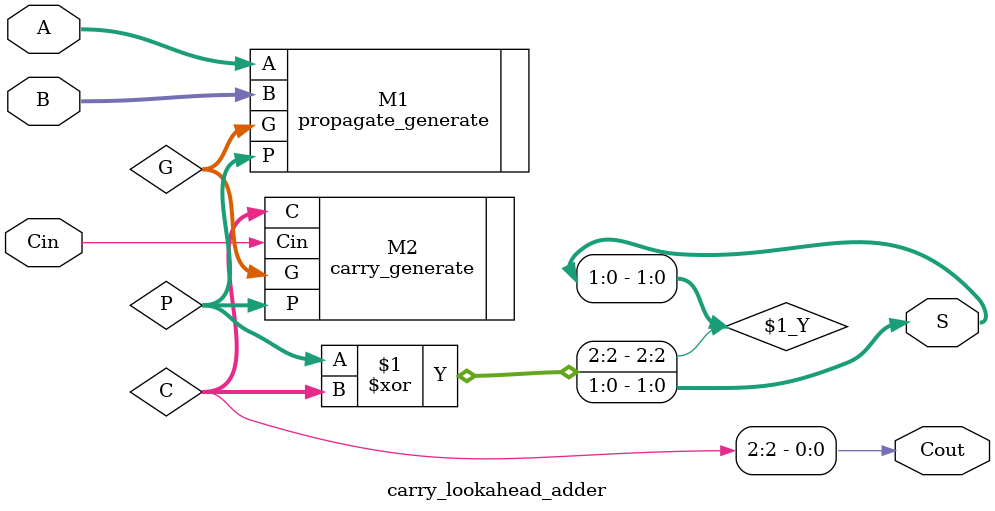
<source format=v>
`include "carry_generate.v"
`include "propagate_generate.v"
module carry_lookahead_adder(A,B,S,Cout,Cin);
    parameter N = 2;
    
    input [N-1:0]A,B;
    input Cin;
    output [N-1:0]S;
  	output Cout;

    wire [N-1:0]P, G ;
    wire [N:0]C;
    propagate_generate #(.N(N)) M1(.A(A), .B(B), .P(P), .G(G));
    carry_generate #(.N(N)) M2 (.P(P), .G(G), .C(C), .Cin(Cin));

    assign S = P ^ C;
    assign Cout = C[N];

endmodule
</source>
